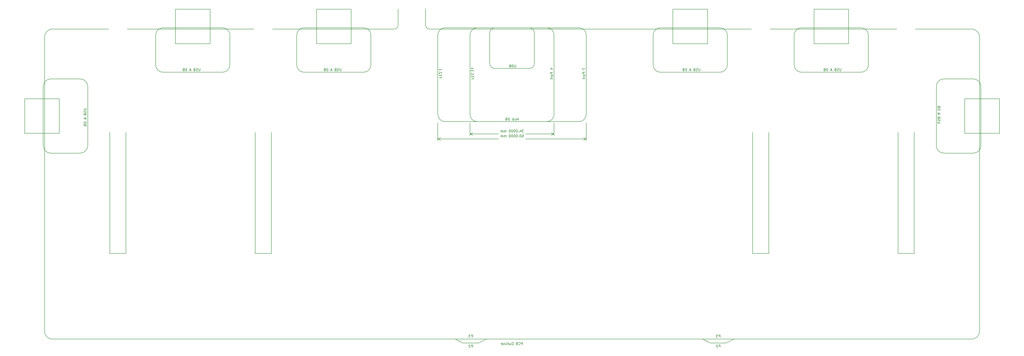
<source format=gbl>
%TF.GenerationSoftware,KiCad,Pcbnew,(6.0.0)*%
%TF.CreationDate,2022-03-05T22:59:03-05:00*%
%TF.ProjectId,custom_keyboard plate v3 bottom,63757374-6f6d-45f6-9b65-79626f617264,rev?*%
%TF.SameCoordinates,Original*%
%TF.FileFunction,Copper,L2,Bot*%
%TF.FilePolarity,Positive*%
%FSLAX46Y46*%
G04 Gerber Fmt 4.6, Leading zero omitted, Abs format (unit mm)*
G04 Created by KiCad (PCBNEW (6.0.0)) date 2022-03-05 22:59:03*
%MOMM*%
%LPD*%
G01*
G04 APERTURE LIST*
%TA.AperFunction,NonConductor*%
%ADD10C,0.200000*%
%TD*%
%ADD11C,0.200000*%
G04 APERTURE END LIST*
D10*
X300812300Y-206362000D02*
X297637500Y-207949400D01*
X36679900Y-101132200D02*
X24679900Y-101132200D01*
X396850000Y-206362000D02*
G75*
G03*
X400024800Y-203187200I1J3174799D01*
G01*
X184124200Y-118413700D02*
X238124200Y-118413700D01*
X67124200Y-83413700D02*
X67124200Y-95413700D01*
X94124200Y-98413700D02*
G75*
G03*
X97124200Y-95413700I-1J3000001D01*
G01*
X94124200Y-80413700D02*
X70124200Y-80413700D01*
X271124200Y-80413700D02*
G75*
G03*
X268124200Y-83413700I1J-3000001D01*
G01*
X113874200Y-171726700D02*
X113874200Y-122726700D01*
X36679900Y-131132200D02*
G75*
G03*
X39679900Y-128132200I-1J3000001D01*
G01*
X124124200Y-83413700D02*
X124124200Y-95413700D01*
X24679900Y-101132200D02*
G75*
G03*
X21679900Y-104132200I1J-3000001D01*
G01*
X176201400Y-79370000D02*
X176201400Y-72726700D01*
X288113100Y-206362000D02*
X300812300Y-206362000D01*
X154124200Y-83413700D02*
G75*
G03*
X151124200Y-80413700I-3000001J-1D01*
G01*
X24679900Y-131132200D02*
X36679900Y-131132200D01*
X48624200Y-171726700D02*
X55124200Y-171726700D01*
X25398400Y-80957400D02*
X48124200Y-80957400D01*
X295124200Y-98413700D02*
G75*
G03*
X298124200Y-95413700I-1J3000001D01*
G01*
X75124200Y-86913700D02*
X89124200Y-86913700D01*
X89124200Y-86913700D02*
X89124200Y-72913700D01*
X89124200Y-72913700D02*
X75124200Y-72913700D01*
X75124200Y-72913700D02*
X75124200Y-86913700D01*
X314874200Y-171726700D02*
X314874200Y-122726700D01*
X308374200Y-122726700D02*
X308374200Y-171726700D01*
X48624200Y-122726700D02*
X48624200Y-171726700D01*
X202124200Y-94913700D02*
G75*
G03*
X204124200Y-96913700I1999999J-1D01*
G01*
X200806100Y-206362000D02*
X197631300Y-207949400D01*
X394068499Y-109132200D02*
X408068499Y-109132200D01*
X408068499Y-109132200D02*
X408068499Y-123132200D01*
X408068499Y-123132200D02*
X394068499Y-123132200D01*
X394068499Y-123132200D02*
X394068499Y-109132200D01*
X367124200Y-122726700D02*
X367124200Y-171726700D01*
X97124200Y-83413700D02*
G75*
G03*
X94124200Y-80413700I-3000001J-1D01*
G01*
X194124200Y-115413700D02*
G75*
G03*
X197124200Y-118413700I3000001J1D01*
G01*
X268124200Y-95413700D02*
G75*
G03*
X271124200Y-98413700I3000001J1D01*
G01*
X220124200Y-94913700D02*
X220124200Y-82413700D01*
X70124200Y-80413700D02*
G75*
G03*
X67124200Y-83413700I1J-3000001D01*
G01*
X21679900Y-128132200D02*
G75*
G03*
X24679900Y-131132200I3000001J1D01*
G01*
X127124200Y-98413700D02*
X151124200Y-98413700D01*
X373624200Y-171726700D02*
X373624200Y-122726700D01*
X154124200Y-95413700D02*
X154124200Y-83413700D01*
X308374200Y-171726700D02*
X314874200Y-171726700D01*
X352124200Y-80413700D02*
X328124200Y-80413700D01*
X268124200Y-83413700D02*
X268124200Y-95413700D01*
X288113100Y-206362000D02*
X200806100Y-206362000D01*
X202124200Y-82413700D02*
X202124200Y-94913700D01*
X367124200Y-171726700D02*
X373624200Y-171726700D01*
X163502200Y-80957400D02*
G75*
G03*
X165089600Y-79370000I-1J1587401D01*
G01*
X204124200Y-96913700D02*
X218124200Y-96913700D01*
X25398400Y-80957400D02*
G75*
G03*
X22223600Y-84132200I-1J-3174799D01*
G01*
X188106900Y-206362000D02*
X191281700Y-207949400D01*
X385568499Y-101132200D02*
G75*
G03*
X382568499Y-104132200I1J-3000001D01*
G01*
X184124200Y-80413700D02*
G75*
G03*
X181124200Y-83413700I1J-3000001D01*
G01*
X70124200Y-98413700D02*
X94124200Y-98413700D01*
X400024800Y-84132200D02*
X400024800Y-203187200D01*
X39679900Y-104132200D02*
G75*
G03*
X36679900Y-101132200I-3000001J-1D01*
G01*
X132124200Y-86913700D02*
X146124200Y-86913700D01*
X146124200Y-86913700D02*
X146124200Y-72913700D01*
X146124200Y-72913700D02*
X132124200Y-72913700D01*
X132124200Y-72913700D02*
X132124200Y-86913700D01*
X325124200Y-95413700D02*
G75*
G03*
X328124200Y-98413700I3000001J1D01*
G01*
X67124200Y-95413700D02*
G75*
G03*
X70124200Y-98413700I3000001J1D01*
G01*
X295124200Y-80413700D02*
X271124200Y-80413700D01*
X21679900Y-104132200D02*
X21679900Y-128132200D01*
X325124200Y-83413700D02*
X325124200Y-95413700D01*
X333124200Y-72913700D02*
X347124200Y-72913700D01*
X347124200Y-72913700D02*
X347124200Y-86913700D01*
X347124200Y-86913700D02*
X333124200Y-86913700D01*
X333124200Y-86913700D02*
X333124200Y-72913700D01*
X107374200Y-171726700D02*
X113874200Y-171726700D01*
X382568499Y-128132200D02*
G75*
G03*
X385568499Y-131132200I3000001J1D01*
G01*
X188106900Y-206362000D02*
X25398400Y-206362000D01*
X385568499Y-131132200D02*
X397568499Y-131132200D01*
X291287900Y-207949400D02*
X297637500Y-207949400D01*
X288113100Y-206362000D02*
X291287900Y-207949400D01*
X188106900Y-206362000D02*
X200806100Y-206362000D01*
X39679900Y-128132200D02*
X39679900Y-104132200D01*
X124124200Y-95413700D02*
G75*
G03*
X127124200Y-98413700I3000001J1D01*
G01*
X22223600Y-203187200D02*
G75*
G03*
X25398400Y-206362000I3174799J-1D01*
G01*
X151124200Y-80413700D02*
X127124200Y-80413700D01*
X197124200Y-80413700D02*
G75*
G03*
X194124200Y-83413700I1J-3000001D01*
G01*
X55124200Y-171726700D02*
X55124200Y-122726700D01*
X181124200Y-83413700D02*
X181124200Y-115413700D01*
X366624200Y-80957400D02*
X315374200Y-80957400D01*
X355124200Y-83413700D02*
G75*
G03*
X352124200Y-80413700I-3000001J-1D01*
G01*
X307874200Y-80957400D02*
X177788800Y-80957400D01*
X218124200Y-96913700D02*
G75*
G03*
X220124200Y-94913700I1J1999999D01*
G01*
X298124200Y-83413700D02*
G75*
G03*
X295124200Y-80413700I-3000001J-1D01*
G01*
X400024800Y-84132200D02*
G75*
G03*
X396850000Y-80957400I-3174799J1D01*
G01*
X220124200Y-82413700D02*
G75*
G03*
X218124200Y-80413700I-1999999J1D01*
G01*
X271124200Y-98413700D02*
X295124200Y-98413700D01*
X181124200Y-115413700D02*
G75*
G03*
X184124200Y-118413700I3000001J1D01*
G01*
X194124200Y-83413700D02*
X194124200Y-115413700D01*
X228124200Y-83413700D02*
G75*
G03*
X225124200Y-80413700I-3000001J-1D01*
G01*
X204124200Y-80413700D02*
G75*
G03*
X202124200Y-82413700I-1J-1999999D01*
G01*
X225124200Y-118413700D02*
G75*
G03*
X228124200Y-115413700I-1J3000001D01*
G01*
X241124200Y-115413700D02*
X241124200Y-83413700D01*
X238124200Y-118413700D02*
G75*
G03*
X241124200Y-115413700I-1J3000001D01*
G01*
X352124200Y-98413700D02*
G75*
G03*
X355124200Y-95413700I-1J3000001D01*
G01*
X397568499Y-101132200D02*
X385568499Y-101132200D01*
X163502200Y-80957400D02*
X114374200Y-80957400D01*
X396850000Y-206362000D02*
X300812300Y-206362000D01*
X176201400Y-79370000D02*
G75*
G03*
X177788800Y-80957400I1587401J1D01*
G01*
X241124200Y-83413700D02*
G75*
G03*
X238124200Y-80413700I-3000001J-1D01*
G01*
X328124200Y-80413700D02*
G75*
G03*
X325124200Y-83413700I1J-3000001D01*
G01*
X28179900Y-123132200D02*
X14179900Y-123132200D01*
X14179900Y-123132200D02*
X14179900Y-109132200D01*
X14179900Y-109132200D02*
X28179900Y-109132200D01*
X28179900Y-109132200D02*
X28179900Y-123132200D01*
X400568499Y-128132200D02*
X400568499Y-104132200D01*
X106874200Y-80957400D02*
X55624200Y-80957400D01*
X400568499Y-104132200D02*
G75*
G03*
X397568499Y-101132200I-3000001J-1D01*
G01*
X97124200Y-95413700D02*
X97124200Y-83413700D01*
X151124200Y-98413700D02*
G75*
G03*
X154124200Y-95413700I-1J3000001D01*
G01*
X374124200Y-80957400D02*
X396850000Y-80957400D01*
X382568499Y-104132200D02*
X382568499Y-128132200D01*
X191281700Y-207949400D02*
X197631300Y-207949400D01*
X355124200Y-95413700D02*
X355124200Y-83413700D01*
X397568499Y-131132200D02*
G75*
G03*
X400568499Y-128132200I-1J3000001D01*
G01*
X238124200Y-80413700D02*
X184124200Y-80413700D01*
X127124200Y-80413700D02*
G75*
G03*
X124124200Y-83413700I1J-3000001D01*
G01*
X165089600Y-79370000D02*
X165089600Y-72726700D01*
X107374200Y-122726700D02*
X107374200Y-171726700D01*
X298124200Y-95413700D02*
X298124200Y-83413700D01*
X228124200Y-115413700D02*
X228124200Y-83413700D01*
X328124200Y-98413700D02*
X352124200Y-98413700D01*
X276124200Y-72913700D02*
X290124200Y-72913700D01*
X290124200Y-72913700D02*
X290124200Y-86913700D01*
X290124200Y-86913700D02*
X276124200Y-86913700D01*
X276124200Y-86913700D02*
X276124200Y-72913700D01*
X22223600Y-203187200D02*
X22223600Y-84132200D01*
D11*
D10*
X384116118Y-119084580D02*
X383306594Y-119084580D01*
X383211356Y-119036961D01*
X383163737Y-118989342D01*
X383116118Y-118894104D01*
X383116118Y-118703628D01*
X383163737Y-118608390D01*
X383211356Y-118560771D01*
X383306594Y-118513152D01*
X384116118Y-118513152D01*
X383163737Y-118084580D02*
X383116118Y-117941723D01*
X383116118Y-117703628D01*
X383163737Y-117608390D01*
X383211356Y-117560771D01*
X383306594Y-117513152D01*
X383401832Y-117513152D01*
X383497070Y-117560771D01*
X383544689Y-117608390D01*
X383592308Y-117703628D01*
X383639927Y-117894104D01*
X383687546Y-117989342D01*
X383735165Y-118036961D01*
X383830403Y-118084580D01*
X383925641Y-118084580D01*
X384020879Y-118036961D01*
X384068499Y-117989342D01*
X384116118Y-117894104D01*
X384116118Y-117656009D01*
X384068499Y-117513152D01*
X383639927Y-116751247D02*
X383592308Y-116608390D01*
X383544689Y-116560771D01*
X383449451Y-116513152D01*
X383306594Y-116513152D01*
X383211356Y-116560771D01*
X383163737Y-116608390D01*
X383116118Y-116703628D01*
X383116118Y-117084580D01*
X384116118Y-117084580D01*
X384116118Y-116751247D01*
X384068499Y-116656009D01*
X384020879Y-116608390D01*
X383925641Y-116560771D01*
X383830403Y-116560771D01*
X383735165Y-116608390D01*
X383687546Y-116656009D01*
X383639927Y-116751247D01*
X383639927Y-117084580D01*
X383401832Y-115370295D02*
X383401832Y-114894104D01*
X383116118Y-115465533D02*
X384116118Y-115132200D01*
X383116118Y-114798866D01*
X383116118Y-113703628D02*
X384116118Y-113703628D01*
X384116118Y-113465533D01*
X384068499Y-113322676D01*
X383973260Y-113227438D01*
X383878022Y-113179819D01*
X383687546Y-113132200D01*
X383544689Y-113132200D01*
X383354213Y-113179819D01*
X383258975Y-113227438D01*
X383163737Y-113322676D01*
X383116118Y-113465533D01*
X383116118Y-113703628D01*
X383639927Y-112370295D02*
X383592308Y-112227438D01*
X383544689Y-112179819D01*
X383449451Y-112132200D01*
X383306594Y-112132200D01*
X383211356Y-112179819D01*
X383163737Y-112227438D01*
X383116118Y-112322676D01*
X383116118Y-112703628D01*
X384116118Y-112703628D01*
X384116118Y-112370295D01*
X384068499Y-112275057D01*
X384020879Y-112227438D01*
X383925641Y-112179819D01*
X383830403Y-112179819D01*
X383735165Y-112227438D01*
X383687546Y-112275057D01*
X383639927Y-112370295D01*
X383639927Y-112703628D01*
D11*
D10*
X182195628Y-100388252D02*
X182195628Y-100721585D01*
X181671819Y-100721585D02*
X182671819Y-100721585D01*
X182671819Y-100245394D01*
X182195628Y-99864442D02*
X182195628Y-99531109D01*
X181671819Y-99388252D02*
X181671819Y-99864442D01*
X182671819Y-99864442D01*
X182671819Y-99388252D01*
X182576580Y-99007299D02*
X182624200Y-98959680D01*
X182671819Y-98864442D01*
X182671819Y-98626347D01*
X182624200Y-98531109D01*
X182576580Y-98483490D01*
X182481342Y-98435871D01*
X182386104Y-98435871D01*
X182243247Y-98483490D01*
X181671819Y-99054918D01*
X181671819Y-98435871D01*
X181767057Y-98007299D02*
X181719438Y-97959680D01*
X181671819Y-98007299D01*
X181719438Y-98054918D01*
X181767057Y-98007299D01*
X181671819Y-98007299D01*
X181671819Y-97007299D02*
X181671819Y-97578728D01*
X181671819Y-97293013D02*
X182671819Y-97293013D01*
X182528961Y-97388252D01*
X182433723Y-97483490D01*
X182386104Y-97578728D01*
D11*
D10*
X142076580Y-96866080D02*
X142076580Y-97675604D01*
X142028961Y-97770842D01*
X141981342Y-97818461D01*
X141886104Y-97866080D01*
X141695628Y-97866080D01*
X141600390Y-97818461D01*
X141552771Y-97770842D01*
X141505152Y-97675604D01*
X141505152Y-96866080D01*
X141076580Y-97818461D02*
X140933723Y-97866080D01*
X140695628Y-97866080D01*
X140600390Y-97818461D01*
X140552771Y-97770842D01*
X140505152Y-97675604D01*
X140505152Y-97580366D01*
X140552771Y-97485128D01*
X140600390Y-97437509D01*
X140695628Y-97389890D01*
X140886104Y-97342271D01*
X140981342Y-97294652D01*
X141028961Y-97247033D01*
X141076580Y-97151795D01*
X141076580Y-97056557D01*
X141028961Y-96961319D01*
X140981342Y-96913700D01*
X140886104Y-96866080D01*
X140648009Y-96866080D01*
X140505152Y-96913700D01*
X139743247Y-97342271D02*
X139600390Y-97389890D01*
X139552771Y-97437509D01*
X139505152Y-97532747D01*
X139505152Y-97675604D01*
X139552771Y-97770842D01*
X139600390Y-97818461D01*
X139695628Y-97866080D01*
X140076580Y-97866080D01*
X140076580Y-96866080D01*
X139743247Y-96866080D01*
X139648009Y-96913700D01*
X139600390Y-96961319D01*
X139552771Y-97056557D01*
X139552771Y-97151795D01*
X139600390Y-97247033D01*
X139648009Y-97294652D01*
X139743247Y-97342271D01*
X140076580Y-97342271D01*
X138362295Y-97580366D02*
X137886104Y-97580366D01*
X138457533Y-97866080D02*
X138124200Y-96866080D01*
X137790866Y-97866080D01*
X136695628Y-97866080D02*
X136695628Y-96866080D01*
X136457533Y-96866080D01*
X136314676Y-96913700D01*
X136219438Y-97008938D01*
X136171819Y-97104176D01*
X136124200Y-97294652D01*
X136124200Y-97437509D01*
X136171819Y-97627985D01*
X136219438Y-97723223D01*
X136314676Y-97818461D01*
X136457533Y-97866080D01*
X136695628Y-97866080D01*
X135362295Y-97342271D02*
X135219438Y-97389890D01*
X135171819Y-97437509D01*
X135124200Y-97532747D01*
X135124200Y-97675604D01*
X135171819Y-97770842D01*
X135219438Y-97818461D01*
X135314676Y-97866080D01*
X135695628Y-97866080D01*
X135695628Y-96866080D01*
X135362295Y-96866080D01*
X135267057Y-96913700D01*
X135219438Y-96961319D01*
X135171819Y-97056557D01*
X135171819Y-97151795D01*
X135219438Y-97247033D01*
X135267057Y-97294652D01*
X135362295Y-97342271D01*
X135695628Y-97342271D01*
D11*
D10*
X38132280Y-113179819D02*
X38941804Y-113179819D01*
X39037042Y-113227438D01*
X39084661Y-113275057D01*
X39132280Y-113370295D01*
X39132280Y-113560771D01*
X39084661Y-113656009D01*
X39037042Y-113703628D01*
X38941804Y-113751247D01*
X38132280Y-113751247D01*
X39084661Y-114179819D02*
X39132280Y-114322676D01*
X39132280Y-114560771D01*
X39084661Y-114656009D01*
X39037042Y-114703628D01*
X38941804Y-114751247D01*
X38846566Y-114751247D01*
X38751328Y-114703628D01*
X38703709Y-114656009D01*
X38656090Y-114560771D01*
X38608471Y-114370295D01*
X38560852Y-114275057D01*
X38513233Y-114227438D01*
X38417995Y-114179819D01*
X38322757Y-114179819D01*
X38227519Y-114227438D01*
X38179900Y-114275057D01*
X38132280Y-114370295D01*
X38132280Y-114608390D01*
X38179900Y-114751247D01*
X38608471Y-115513152D02*
X38656090Y-115656009D01*
X38703709Y-115703628D01*
X38798947Y-115751247D01*
X38941804Y-115751247D01*
X39037042Y-115703628D01*
X39084661Y-115656009D01*
X39132280Y-115560771D01*
X39132280Y-115179819D01*
X38132280Y-115179819D01*
X38132280Y-115513152D01*
X38179900Y-115608390D01*
X38227519Y-115656009D01*
X38322757Y-115703628D01*
X38417995Y-115703628D01*
X38513233Y-115656009D01*
X38560852Y-115608390D01*
X38608471Y-115513152D01*
X38608471Y-115179819D01*
X38846566Y-116894104D02*
X38846566Y-117370295D01*
X39132280Y-116798866D02*
X38132280Y-117132200D01*
X39132280Y-117465533D01*
X39132280Y-118560771D02*
X38132280Y-118560771D01*
X38132280Y-118798866D01*
X38179900Y-118941723D01*
X38275138Y-119036961D01*
X38370376Y-119084580D01*
X38560852Y-119132200D01*
X38703709Y-119132200D01*
X38894185Y-119084580D01*
X38989423Y-119036961D01*
X39084661Y-118941723D01*
X39132280Y-118798866D01*
X39132280Y-118560771D01*
X38608471Y-119894104D02*
X38656090Y-120036961D01*
X38703709Y-120084580D01*
X38798947Y-120132200D01*
X38941804Y-120132200D01*
X39037042Y-120084580D01*
X39084661Y-120036961D01*
X39132280Y-119941723D01*
X39132280Y-119560771D01*
X38132280Y-119560771D01*
X38132280Y-119894104D01*
X38179900Y-119989342D01*
X38227519Y-120036961D01*
X38322757Y-120084580D01*
X38417995Y-120084580D01*
X38513233Y-120036961D01*
X38560852Y-119989342D01*
X38608471Y-119894104D01*
X38608471Y-119560771D01*
D11*
D10*
X287076580Y-96866080D02*
X287076580Y-97675604D01*
X287028961Y-97770842D01*
X286981342Y-97818461D01*
X286886104Y-97866080D01*
X286695628Y-97866080D01*
X286600390Y-97818461D01*
X286552771Y-97770842D01*
X286505152Y-97675604D01*
X286505152Y-96866080D01*
X286076580Y-97818461D02*
X285933723Y-97866080D01*
X285695628Y-97866080D01*
X285600390Y-97818461D01*
X285552771Y-97770842D01*
X285505152Y-97675604D01*
X285505152Y-97580366D01*
X285552771Y-97485128D01*
X285600390Y-97437509D01*
X285695628Y-97389890D01*
X285886104Y-97342271D01*
X285981342Y-97294652D01*
X286028961Y-97247033D01*
X286076580Y-97151795D01*
X286076580Y-97056557D01*
X286028961Y-96961319D01*
X285981342Y-96913700D01*
X285886104Y-96866080D01*
X285648009Y-96866080D01*
X285505152Y-96913700D01*
X284743247Y-97342271D02*
X284600390Y-97389890D01*
X284552771Y-97437509D01*
X284505152Y-97532747D01*
X284505152Y-97675604D01*
X284552771Y-97770842D01*
X284600390Y-97818461D01*
X284695628Y-97866080D01*
X285076580Y-97866080D01*
X285076580Y-96866080D01*
X284743247Y-96866080D01*
X284648009Y-96913700D01*
X284600390Y-96961319D01*
X284552771Y-97056557D01*
X284552771Y-97151795D01*
X284600390Y-97247033D01*
X284648009Y-97294652D01*
X284743247Y-97342271D01*
X285076580Y-97342271D01*
X283362295Y-97580366D02*
X282886104Y-97580366D01*
X283457533Y-97866080D02*
X283124200Y-96866080D01*
X282790866Y-97866080D01*
X281695628Y-97866080D02*
X281695628Y-96866080D01*
X281457533Y-96866080D01*
X281314676Y-96913700D01*
X281219438Y-97008938D01*
X281171819Y-97104176D01*
X281124200Y-97294652D01*
X281124200Y-97437509D01*
X281171819Y-97627985D01*
X281219438Y-97723223D01*
X281314676Y-97818461D01*
X281457533Y-97866080D01*
X281695628Y-97866080D01*
X280362295Y-97342271D02*
X280219438Y-97389890D01*
X280171819Y-97437509D01*
X280124200Y-97532747D01*
X280124200Y-97675604D01*
X280171819Y-97770842D01*
X280219438Y-97818461D01*
X280314676Y-97866080D01*
X280695628Y-97866080D01*
X280695628Y-96866080D01*
X280362295Y-96866080D01*
X280267057Y-96913700D01*
X280219438Y-96961319D01*
X280171819Y-97056557D01*
X280171819Y-97151795D01*
X280219438Y-97247033D01*
X280267057Y-97294652D01*
X280362295Y-97342271D01*
X280695628Y-97342271D01*
D11*
D10*
X195194595Y-205679080D02*
X195194595Y-204679080D01*
X194813642Y-204679080D01*
X194718404Y-204726700D01*
X194670785Y-204774319D01*
X194623166Y-204869557D01*
X194623166Y-205012414D01*
X194670785Y-205107652D01*
X194718404Y-205155271D01*
X194813642Y-205202890D01*
X195194595Y-205202890D01*
X194289833Y-204679080D02*
X193670785Y-204679080D01*
X194004119Y-205060033D01*
X193861261Y-205060033D01*
X193766023Y-205107652D01*
X193718404Y-205155271D01*
X193670785Y-205250509D01*
X193670785Y-205488604D01*
X193718404Y-205583842D01*
X193766023Y-205631461D01*
X193861261Y-205679080D01*
X194146976Y-205679080D01*
X194242214Y-205631461D01*
X194289833Y-205583842D01*
D11*
D10*
X212659914Y-95366080D02*
X212659914Y-96175604D01*
X212612295Y-96270842D01*
X212564676Y-96318461D01*
X212469438Y-96366080D01*
X212278961Y-96366080D01*
X212183723Y-96318461D01*
X212136104Y-96270842D01*
X212088485Y-96175604D01*
X212088485Y-95366080D01*
X211612295Y-96366080D02*
X211612295Y-95366080D01*
X211374200Y-95366080D01*
X211231342Y-95413700D01*
X211136104Y-95508938D01*
X211088485Y-95604176D01*
X211040866Y-95794652D01*
X211040866Y-95937509D01*
X211088485Y-96127985D01*
X211136104Y-96223223D01*
X211231342Y-96318461D01*
X211374200Y-96366080D01*
X211612295Y-96366080D01*
X210278961Y-95842271D02*
X210136104Y-95889890D01*
X210088485Y-95937509D01*
X210040866Y-96032747D01*
X210040866Y-96175604D01*
X210088485Y-96270842D01*
X210136104Y-96318461D01*
X210231342Y-96366080D01*
X210612295Y-96366080D01*
X210612295Y-95366080D01*
X210278961Y-95366080D01*
X210183723Y-95413700D01*
X210136104Y-95461319D01*
X210088485Y-95556557D01*
X210088485Y-95651795D01*
X210136104Y-95747033D01*
X210183723Y-95794652D01*
X210278961Y-95842271D01*
X210612295Y-95842271D01*
D11*
D10*
X195194595Y-209679080D02*
X195194595Y-208679080D01*
X194813642Y-208679080D01*
X194718404Y-208726700D01*
X194670785Y-208774319D01*
X194623166Y-208869557D01*
X194623166Y-209012414D01*
X194670785Y-209107652D01*
X194718404Y-209155271D01*
X194813642Y-209202890D01*
X195194595Y-209202890D01*
X194242214Y-208774319D02*
X194194595Y-208726700D01*
X194099357Y-208679080D01*
X193861261Y-208679080D01*
X193766023Y-208726700D01*
X193718404Y-208774319D01*
X193670785Y-208869557D01*
X193670785Y-208964795D01*
X193718404Y-209107652D01*
X194289833Y-209679080D01*
X193670785Y-209679080D01*
D11*
D10*
X239576580Y-96626347D02*
X239576580Y-97293013D01*
X240576580Y-96864442D01*
X240576580Y-98435871D02*
X239576580Y-98435871D01*
X239576580Y-98816823D01*
X239624200Y-98912061D01*
X239671819Y-98959680D01*
X239767057Y-99007299D01*
X239909914Y-99007299D01*
X240005152Y-98959680D01*
X240052771Y-98912061D01*
X240100390Y-98816823D01*
X240100390Y-98435871D01*
X240576580Y-99578728D02*
X240528961Y-99483490D01*
X240481342Y-99435871D01*
X240386104Y-99388252D01*
X240100390Y-99388252D01*
X240005152Y-99435871D01*
X239957533Y-99483490D01*
X239909914Y-99578728D01*
X239909914Y-99721585D01*
X239957533Y-99816823D01*
X240005152Y-99864442D01*
X240100390Y-99912061D01*
X240386104Y-99912061D01*
X240481342Y-99864442D01*
X240528961Y-99816823D01*
X240576580Y-99721585D01*
X240576580Y-99578728D01*
X240576580Y-100340632D02*
X239909914Y-100340632D01*
X240100390Y-100340632D02*
X240005152Y-100388252D01*
X239957533Y-100435871D01*
X239909914Y-100531109D01*
X239909914Y-100626347D01*
X239909914Y-100816823D02*
X239909914Y-101197775D01*
X239576580Y-100959680D02*
X240433723Y-100959680D01*
X240528961Y-101007299D01*
X240576580Y-101102537D01*
X240576580Y-101197775D01*
D11*
D10*
X215409914Y-208679080D02*
X215409914Y-207679080D01*
X215028961Y-207679080D01*
X214933723Y-207726700D01*
X214886104Y-207774319D01*
X214838485Y-207869557D01*
X214838485Y-208012414D01*
X214886104Y-208107652D01*
X214933723Y-208155271D01*
X215028961Y-208202890D01*
X215409914Y-208202890D01*
X213838485Y-208583842D02*
X213886104Y-208631461D01*
X214028961Y-208679080D01*
X214124200Y-208679080D01*
X214267057Y-208631461D01*
X214362295Y-208536223D01*
X214409914Y-208440985D01*
X214457533Y-208250509D01*
X214457533Y-208107652D01*
X214409914Y-207917176D01*
X214362295Y-207821938D01*
X214267057Y-207726700D01*
X214124200Y-207679080D01*
X214028961Y-207679080D01*
X213886104Y-207726700D01*
X213838485Y-207774319D01*
X213076580Y-208155271D02*
X212933723Y-208202890D01*
X212886104Y-208250509D01*
X212838485Y-208345747D01*
X212838485Y-208488604D01*
X212886104Y-208583842D01*
X212933723Y-208631461D01*
X213028961Y-208679080D01*
X213409914Y-208679080D01*
X213409914Y-207679080D01*
X213076580Y-207679080D01*
X212981342Y-207726700D01*
X212933723Y-207774319D01*
X212886104Y-207869557D01*
X212886104Y-207964795D01*
X212933723Y-208060033D01*
X212981342Y-208107652D01*
X213076580Y-208155271D01*
X213409914Y-208155271D01*
X211457533Y-207679080D02*
X211267057Y-207679080D01*
X211171819Y-207726700D01*
X211076580Y-207821938D01*
X211028961Y-208012414D01*
X211028961Y-208345747D01*
X211076580Y-208536223D01*
X211171819Y-208631461D01*
X211267057Y-208679080D01*
X211457533Y-208679080D01*
X211552771Y-208631461D01*
X211648009Y-208536223D01*
X211695628Y-208345747D01*
X211695628Y-208012414D01*
X211648009Y-207821938D01*
X211552771Y-207726700D01*
X211457533Y-207679080D01*
X210171819Y-208012414D02*
X210171819Y-208679080D01*
X210600390Y-208012414D02*
X210600390Y-208536223D01*
X210552771Y-208631461D01*
X210457533Y-208679080D01*
X210314676Y-208679080D01*
X210219438Y-208631461D01*
X210171819Y-208583842D01*
X209838485Y-208012414D02*
X209457533Y-208012414D01*
X209695628Y-207679080D02*
X209695628Y-208536223D01*
X209648009Y-208631461D01*
X209552771Y-208679080D01*
X209457533Y-208679080D01*
X208981342Y-208679080D02*
X209076580Y-208631461D01*
X209124200Y-208536223D01*
X209124200Y-207679080D01*
X208600390Y-208679080D02*
X208600390Y-208012414D01*
X208600390Y-207679080D02*
X208648009Y-207726700D01*
X208600390Y-207774319D01*
X208552771Y-207726700D01*
X208600390Y-207679080D01*
X208600390Y-207774319D01*
X208124200Y-208012414D02*
X208124200Y-208679080D01*
X208124200Y-208107652D02*
X208076580Y-208060033D01*
X207981342Y-208012414D01*
X207838485Y-208012414D01*
X207743247Y-208060033D01*
X207695628Y-208155271D01*
X207695628Y-208679080D01*
X206838485Y-208631461D02*
X206933723Y-208679080D01*
X207124200Y-208679080D01*
X207219438Y-208631461D01*
X207267057Y-208536223D01*
X207267057Y-208155271D01*
X207219438Y-208060033D01*
X207124200Y-208012414D01*
X206933723Y-208012414D01*
X206838485Y-208060033D01*
X206790866Y-208155271D01*
X206790866Y-208250509D01*
X207267057Y-208345747D01*
D11*
D10*
X226909914Y-97175604D02*
X227576580Y-97175604D01*
X226528961Y-96937509D02*
X227243247Y-96699414D01*
X227243247Y-97318461D01*
X227576580Y-98461319D02*
X226576580Y-98461319D01*
X226576580Y-98842271D01*
X226624200Y-98937509D01*
X226671819Y-98985128D01*
X226767057Y-99032747D01*
X226909914Y-99032747D01*
X227005152Y-98985128D01*
X227052771Y-98937509D01*
X227100390Y-98842271D01*
X227100390Y-98461319D01*
X227576580Y-99604176D02*
X227528961Y-99508938D01*
X227481342Y-99461319D01*
X227386104Y-99413700D01*
X227100390Y-99413700D01*
X227005152Y-99461319D01*
X226957533Y-99508938D01*
X226909914Y-99604176D01*
X226909914Y-99747033D01*
X226957533Y-99842271D01*
X227005152Y-99889890D01*
X227100390Y-99937509D01*
X227386104Y-99937509D01*
X227481342Y-99889890D01*
X227528961Y-99842271D01*
X227576580Y-99747033D01*
X227576580Y-99604176D01*
X227576580Y-100366080D02*
X226909914Y-100366080D01*
X227100390Y-100366080D02*
X227005152Y-100413700D01*
X226957533Y-100461319D01*
X226909914Y-100556557D01*
X226909914Y-100651795D01*
X226909914Y-100842271D02*
X226909914Y-101223223D01*
X226576580Y-100985128D02*
X227433723Y-100985128D01*
X227528961Y-101032747D01*
X227576580Y-101127985D01*
X227576580Y-101223223D01*
D11*
D10*
X295200795Y-209679080D02*
X295200795Y-208679080D01*
X294819842Y-208679080D01*
X294724604Y-208726700D01*
X294676985Y-208774319D01*
X294629366Y-208869557D01*
X294629366Y-209012414D01*
X294676985Y-209107652D01*
X294724604Y-209155271D01*
X294819842Y-209202890D01*
X295200795Y-209202890D01*
X294248414Y-208774319D02*
X294200795Y-208726700D01*
X294105557Y-208679080D01*
X293867461Y-208679080D01*
X293772223Y-208726700D01*
X293724604Y-208774319D01*
X293676985Y-208869557D01*
X293676985Y-208964795D01*
X293724604Y-209107652D01*
X294296033Y-209679080D01*
X293676985Y-209679080D01*
D11*
D10*
X213695628Y-117866080D02*
X213695628Y-116866080D01*
X213695628Y-117342271D02*
X213124200Y-117342271D01*
X213124200Y-117866080D02*
X213124200Y-116866080D01*
X212219438Y-117199414D02*
X212219438Y-117866080D01*
X212648009Y-117199414D02*
X212648009Y-117723223D01*
X212600390Y-117818461D01*
X212505152Y-117866080D01*
X212362295Y-117866080D01*
X212267057Y-117818461D01*
X212219438Y-117770842D01*
X211743247Y-117866080D02*
X211743247Y-116866080D01*
X211743247Y-117247033D02*
X211648009Y-117199414D01*
X211457533Y-117199414D01*
X211362295Y-117247033D01*
X211314676Y-117294652D01*
X211267057Y-117389890D01*
X211267057Y-117675604D01*
X211314676Y-117770842D01*
X211362295Y-117818461D01*
X211457533Y-117866080D01*
X211648009Y-117866080D01*
X211743247Y-117818461D01*
X210076580Y-117866080D02*
X210076580Y-116866080D01*
X209838485Y-116866080D01*
X209695628Y-116913700D01*
X209600390Y-117008938D01*
X209552771Y-117104176D01*
X209505152Y-117294652D01*
X209505152Y-117437509D01*
X209552771Y-117627985D01*
X209600390Y-117723223D01*
X209695628Y-117818461D01*
X209838485Y-117866080D01*
X210076580Y-117866080D01*
X208743247Y-117342271D02*
X208600390Y-117389890D01*
X208552771Y-117437509D01*
X208505152Y-117532747D01*
X208505152Y-117675604D01*
X208552771Y-117770842D01*
X208600390Y-117818461D01*
X208695628Y-117866080D01*
X209076580Y-117866080D01*
X209076580Y-116866080D01*
X208743247Y-116866080D01*
X208648009Y-116913700D01*
X208600390Y-116961319D01*
X208552771Y-117056557D01*
X208552771Y-117151795D01*
X208600390Y-117247033D01*
X208648009Y-117294652D01*
X208743247Y-117342271D01*
X209076580Y-117342271D01*
D11*
D10*
X195195628Y-100818461D02*
X195195628Y-101151795D01*
X194671819Y-101151795D02*
X195671819Y-101151795D01*
X195671819Y-100675604D01*
X195195628Y-100294652D02*
X195195628Y-99961319D01*
X194671819Y-99818461D02*
X194671819Y-100294652D01*
X195671819Y-100294652D01*
X195671819Y-99818461D01*
X194671819Y-98866080D02*
X194671819Y-99437509D01*
X194671819Y-99151795D02*
X195671819Y-99151795D01*
X195528961Y-99247033D01*
X195433723Y-99342271D01*
X195386104Y-99437509D01*
X194767057Y-98437509D02*
X194719438Y-98389890D01*
X194671819Y-98437509D01*
X194719438Y-98485128D01*
X194767057Y-98437509D01*
X194671819Y-98437509D01*
X194671819Y-97437509D02*
X194671819Y-98008938D01*
X194671819Y-97723223D02*
X195671819Y-97723223D01*
X195528961Y-97818461D01*
X195433723Y-97913700D01*
X195386104Y-98008938D01*
X194719438Y-97056557D02*
X194671819Y-96961319D01*
X194671819Y-96770842D01*
X194719438Y-96675604D01*
X194814676Y-96627985D01*
X194862295Y-96627985D01*
X194957533Y-96675604D01*
X195005152Y-96770842D01*
X195005152Y-96913700D01*
X195052771Y-97008938D01*
X195148009Y-97056557D01*
X195195628Y-97056557D01*
X195290866Y-97008938D01*
X195338485Y-96913700D01*
X195338485Y-96770842D01*
X195290866Y-96675604D01*
D11*
D10*
X295200795Y-205679080D02*
X295200795Y-204679080D01*
X294819842Y-204679080D01*
X294724604Y-204726700D01*
X294676985Y-204774319D01*
X294629366Y-204869557D01*
X294629366Y-205012414D01*
X294676985Y-205107652D01*
X294724604Y-205155271D01*
X294819842Y-205202890D01*
X295200795Y-205202890D01*
X294296033Y-204679080D02*
X293676985Y-204679080D01*
X294010319Y-205060033D01*
X293867461Y-205060033D01*
X293772223Y-205107652D01*
X293724604Y-205155271D01*
X293676985Y-205250509D01*
X293676985Y-205488604D01*
X293724604Y-205583842D01*
X293772223Y-205631461D01*
X293867461Y-205679080D01*
X294153176Y-205679080D01*
X294248414Y-205631461D01*
X294296033Y-205583842D01*
D11*
D10*
X85076580Y-96866080D02*
X85076580Y-97675604D01*
X85028961Y-97770842D01*
X84981342Y-97818461D01*
X84886104Y-97866080D01*
X84695628Y-97866080D01*
X84600390Y-97818461D01*
X84552771Y-97770842D01*
X84505152Y-97675604D01*
X84505152Y-96866080D01*
X84076580Y-97818461D02*
X83933723Y-97866080D01*
X83695628Y-97866080D01*
X83600390Y-97818461D01*
X83552771Y-97770842D01*
X83505152Y-97675604D01*
X83505152Y-97580366D01*
X83552771Y-97485128D01*
X83600390Y-97437509D01*
X83695628Y-97389890D01*
X83886104Y-97342271D01*
X83981342Y-97294652D01*
X84028961Y-97247033D01*
X84076580Y-97151795D01*
X84076580Y-97056557D01*
X84028961Y-96961319D01*
X83981342Y-96913700D01*
X83886104Y-96866080D01*
X83648009Y-96866080D01*
X83505152Y-96913700D01*
X82743247Y-97342271D02*
X82600390Y-97389890D01*
X82552771Y-97437509D01*
X82505152Y-97532747D01*
X82505152Y-97675604D01*
X82552771Y-97770842D01*
X82600390Y-97818461D01*
X82695628Y-97866080D01*
X83076580Y-97866080D01*
X83076580Y-96866080D01*
X82743247Y-96866080D01*
X82648009Y-96913700D01*
X82600390Y-96961319D01*
X82552771Y-97056557D01*
X82552771Y-97151795D01*
X82600390Y-97247033D01*
X82648009Y-97294652D01*
X82743247Y-97342271D01*
X83076580Y-97342271D01*
X81362295Y-97580366D02*
X80886104Y-97580366D01*
X81457533Y-97866080D02*
X81124200Y-96866080D01*
X80790866Y-97866080D01*
X79695628Y-97866080D02*
X79695628Y-96866080D01*
X79457533Y-96866080D01*
X79314676Y-96913700D01*
X79219438Y-97008938D01*
X79171819Y-97104176D01*
X79124200Y-97294652D01*
X79124200Y-97437509D01*
X79171819Y-97627985D01*
X79219438Y-97723223D01*
X79314676Y-97818461D01*
X79457533Y-97866080D01*
X79695628Y-97866080D01*
X78362295Y-97342271D02*
X78219438Y-97389890D01*
X78171819Y-97437509D01*
X78124200Y-97532747D01*
X78124200Y-97675604D01*
X78171819Y-97770842D01*
X78219438Y-97818461D01*
X78314676Y-97866080D01*
X78695628Y-97866080D01*
X78695628Y-96866080D01*
X78362295Y-96866080D01*
X78267057Y-96913700D01*
X78219438Y-96961319D01*
X78171819Y-97056557D01*
X78171819Y-97151795D01*
X78219438Y-97247033D01*
X78267057Y-97294652D01*
X78362295Y-97342271D01*
X78695628Y-97342271D01*
D11*
D10*
X344076580Y-96866080D02*
X344076580Y-97675604D01*
X344028961Y-97770842D01*
X343981342Y-97818461D01*
X343886104Y-97866080D01*
X343695628Y-97866080D01*
X343600390Y-97818461D01*
X343552771Y-97770842D01*
X343505152Y-97675604D01*
X343505152Y-96866080D01*
X343076580Y-97818461D02*
X342933723Y-97866080D01*
X342695628Y-97866080D01*
X342600390Y-97818461D01*
X342552771Y-97770842D01*
X342505152Y-97675604D01*
X342505152Y-97580366D01*
X342552771Y-97485128D01*
X342600390Y-97437509D01*
X342695628Y-97389890D01*
X342886104Y-97342271D01*
X342981342Y-97294652D01*
X343028961Y-97247033D01*
X343076580Y-97151795D01*
X343076580Y-97056557D01*
X343028961Y-96961319D01*
X342981342Y-96913700D01*
X342886104Y-96866080D01*
X342648009Y-96866080D01*
X342505152Y-96913700D01*
X341743247Y-97342271D02*
X341600390Y-97389890D01*
X341552771Y-97437509D01*
X341505152Y-97532747D01*
X341505152Y-97675604D01*
X341552771Y-97770842D01*
X341600390Y-97818461D01*
X341695628Y-97866080D01*
X342076580Y-97866080D01*
X342076580Y-96866080D01*
X341743247Y-96866080D01*
X341648009Y-96913700D01*
X341600390Y-96961319D01*
X341552771Y-97056557D01*
X341552771Y-97151795D01*
X341600390Y-97247033D01*
X341648009Y-97294652D01*
X341743247Y-97342271D01*
X342076580Y-97342271D01*
X340362295Y-97580366D02*
X339886104Y-97580366D01*
X340457533Y-97866080D02*
X340124200Y-96866080D01*
X339790866Y-97866080D01*
X338695628Y-97866080D02*
X338695628Y-96866080D01*
X338457533Y-96866080D01*
X338314676Y-96913700D01*
X338219438Y-97008938D01*
X338171819Y-97104176D01*
X338124200Y-97294652D01*
X338124200Y-97437509D01*
X338171819Y-97627985D01*
X338219438Y-97723223D01*
X338314676Y-97818461D01*
X338457533Y-97866080D01*
X338695628Y-97866080D01*
X337362295Y-97342271D02*
X337219438Y-97389890D01*
X337171819Y-97437509D01*
X337124200Y-97532747D01*
X337124200Y-97675604D01*
X337171819Y-97770842D01*
X337219438Y-97818461D01*
X337314676Y-97866080D01*
X337695628Y-97866080D01*
X337695628Y-96866080D01*
X337362295Y-96866080D01*
X337267057Y-96913700D01*
X337219438Y-96961319D01*
X337171819Y-97056557D01*
X337171819Y-97151795D01*
X337219438Y-97247033D01*
X337267057Y-97294652D01*
X337362295Y-97342271D01*
X337695628Y-97342271D01*
D11*
D10*
X215267057Y-123666080D02*
X215457533Y-123666080D01*
X215552771Y-123713700D01*
X215600390Y-123761319D01*
X215695628Y-123904176D01*
X215743247Y-124094652D01*
X215743247Y-124475604D01*
X215695628Y-124570842D01*
X215648009Y-124618461D01*
X215552771Y-124666080D01*
X215362295Y-124666080D01*
X215267057Y-124618461D01*
X215219438Y-124570842D01*
X215171819Y-124475604D01*
X215171819Y-124237509D01*
X215219438Y-124142271D01*
X215267057Y-124094652D01*
X215362295Y-124047033D01*
X215552771Y-124047033D01*
X215648009Y-124094652D01*
X215695628Y-124142271D01*
X215743247Y-124237509D01*
X214552771Y-123666080D02*
X214457533Y-123666080D01*
X214362295Y-123713700D01*
X214314676Y-123761319D01*
X214267057Y-123856557D01*
X214219438Y-124047033D01*
X214219438Y-124285128D01*
X214267057Y-124475604D01*
X214314676Y-124570842D01*
X214362295Y-124618461D01*
X214457533Y-124666080D01*
X214552771Y-124666080D01*
X214648009Y-124618461D01*
X214695628Y-124570842D01*
X214743247Y-124475604D01*
X214790866Y-124285128D01*
X214790866Y-124047033D01*
X214743247Y-123856557D01*
X214695628Y-123761319D01*
X214648009Y-123713700D01*
X214552771Y-123666080D01*
X213790866Y-124570842D02*
X213743247Y-124618461D01*
X213790866Y-124666080D01*
X213838485Y-124618461D01*
X213790866Y-124570842D01*
X213790866Y-124666080D01*
X213124200Y-123666080D02*
X213028961Y-123666080D01*
X212933723Y-123713700D01*
X212886104Y-123761319D01*
X212838485Y-123856557D01*
X212790866Y-124047033D01*
X212790866Y-124285128D01*
X212838485Y-124475604D01*
X212886104Y-124570842D01*
X212933723Y-124618461D01*
X213028961Y-124666080D01*
X213124200Y-124666080D01*
X213219438Y-124618461D01*
X213267057Y-124570842D01*
X213314676Y-124475604D01*
X213362295Y-124285128D01*
X213362295Y-124047033D01*
X213314676Y-123856557D01*
X213267057Y-123761319D01*
X213219438Y-123713700D01*
X213124200Y-123666080D01*
X212171819Y-123666080D02*
X212076580Y-123666080D01*
X211981342Y-123713700D01*
X211933723Y-123761319D01*
X211886104Y-123856557D01*
X211838485Y-124047033D01*
X211838485Y-124285128D01*
X211886104Y-124475604D01*
X211933723Y-124570842D01*
X211981342Y-124618461D01*
X212076580Y-124666080D01*
X212171819Y-124666080D01*
X212267057Y-124618461D01*
X212314676Y-124570842D01*
X212362295Y-124475604D01*
X212409914Y-124285128D01*
X212409914Y-124047033D01*
X212362295Y-123856557D01*
X212314676Y-123761319D01*
X212267057Y-123713700D01*
X212171819Y-123666080D01*
X211219438Y-123666080D02*
X211124200Y-123666080D01*
X211028961Y-123713700D01*
X210981342Y-123761319D01*
X210933723Y-123856557D01*
X210886104Y-124047033D01*
X210886104Y-124285128D01*
X210933723Y-124475604D01*
X210981342Y-124570842D01*
X211028961Y-124618461D01*
X211124200Y-124666080D01*
X211219438Y-124666080D01*
X211314676Y-124618461D01*
X211362295Y-124570842D01*
X211409914Y-124475604D01*
X211457533Y-124285128D01*
X211457533Y-124047033D01*
X211409914Y-123856557D01*
X211362295Y-123761319D01*
X211314676Y-123713700D01*
X211219438Y-123666080D01*
X210267057Y-123666080D02*
X210171819Y-123666080D01*
X210076580Y-123713700D01*
X210028961Y-123761319D01*
X209981342Y-123856557D01*
X209933723Y-124047033D01*
X209933723Y-124285128D01*
X209981342Y-124475604D01*
X210028961Y-124570842D01*
X210076580Y-124618461D01*
X210171819Y-124666080D01*
X210267057Y-124666080D01*
X210362295Y-124618461D01*
X210409914Y-124570842D01*
X210457533Y-124475604D01*
X210505152Y-124285128D01*
X210505152Y-124047033D01*
X210457533Y-123856557D01*
X210409914Y-123761319D01*
X210362295Y-123713700D01*
X210267057Y-123666080D01*
X208743247Y-124666080D02*
X208743247Y-123999414D01*
X208743247Y-124094652D02*
X208695628Y-124047033D01*
X208600390Y-123999414D01*
X208457533Y-123999414D01*
X208362295Y-124047033D01*
X208314676Y-124142271D01*
X208314676Y-124666080D01*
X208314676Y-124142271D02*
X208267057Y-124047033D01*
X208171819Y-123999414D01*
X208028961Y-123999414D01*
X207933723Y-124047033D01*
X207886104Y-124142271D01*
X207886104Y-124666080D01*
X207409914Y-124666080D02*
X207409914Y-123999414D01*
X207409914Y-124094652D02*
X207362295Y-124047033D01*
X207267057Y-123999414D01*
X207124200Y-123999414D01*
X207028961Y-124047033D01*
X206981342Y-124142271D01*
X206981342Y-124666080D01*
X206981342Y-124142271D02*
X206933723Y-124047033D01*
X206838485Y-123999414D01*
X206695628Y-123999414D01*
X206600390Y-124047033D01*
X206552771Y-124142271D01*
X206552771Y-124666080D01*
X181124200Y-118913700D02*
X181124200Y-126000120D01*
X241124200Y-118913700D02*
X241124200Y-126000120D01*
X181124200Y-125413700D02*
X205714676Y-125413700D01*
X216533724Y-125413700D02*
X241124200Y-125413700D01*
X181124200Y-125413700D02*
X182250704Y-126000121D01*
X181124200Y-125413700D02*
X182250704Y-124827279D01*
X241124200Y-125413700D02*
X239997696Y-124827279D01*
X241124200Y-125413700D02*
X239997696Y-126000121D01*
D11*
D10*
X215790866Y-121666080D02*
X215171819Y-121666080D01*
X215505152Y-122047033D01*
X215362295Y-122047033D01*
X215267057Y-122094652D01*
X215219438Y-122142271D01*
X215171819Y-122237509D01*
X215171819Y-122475604D01*
X215219438Y-122570842D01*
X215267057Y-122618461D01*
X215362295Y-122666080D01*
X215648009Y-122666080D01*
X215743247Y-122618461D01*
X215790866Y-122570842D01*
X214314676Y-121999414D02*
X214314676Y-122666080D01*
X214552771Y-121618461D02*
X214790866Y-122332747D01*
X214171819Y-122332747D01*
X213790866Y-122570842D02*
X213743247Y-122618461D01*
X213790866Y-122666080D01*
X213838485Y-122618461D01*
X213790866Y-122570842D01*
X213790866Y-122666080D01*
X213124200Y-121666080D02*
X213028961Y-121666080D01*
X212933723Y-121713700D01*
X212886104Y-121761319D01*
X212838485Y-121856557D01*
X212790866Y-122047033D01*
X212790866Y-122285128D01*
X212838485Y-122475604D01*
X212886104Y-122570842D01*
X212933723Y-122618461D01*
X213028961Y-122666080D01*
X213124200Y-122666080D01*
X213219438Y-122618461D01*
X213267057Y-122570842D01*
X213314676Y-122475604D01*
X213362295Y-122285128D01*
X213362295Y-122047033D01*
X213314676Y-121856557D01*
X213267057Y-121761319D01*
X213219438Y-121713700D01*
X213124200Y-121666080D01*
X212171819Y-121666080D02*
X212076580Y-121666080D01*
X211981342Y-121713700D01*
X211933723Y-121761319D01*
X211886104Y-121856557D01*
X211838485Y-122047033D01*
X211838485Y-122285128D01*
X211886104Y-122475604D01*
X211933723Y-122570842D01*
X211981342Y-122618461D01*
X212076580Y-122666080D01*
X212171819Y-122666080D01*
X212267057Y-122618461D01*
X212314676Y-122570842D01*
X212362295Y-122475604D01*
X212409914Y-122285128D01*
X212409914Y-122047033D01*
X212362295Y-121856557D01*
X212314676Y-121761319D01*
X212267057Y-121713700D01*
X212171819Y-121666080D01*
X211219438Y-121666080D02*
X211124200Y-121666080D01*
X211028961Y-121713700D01*
X210981342Y-121761319D01*
X210933723Y-121856557D01*
X210886104Y-122047033D01*
X210886104Y-122285128D01*
X210933723Y-122475604D01*
X210981342Y-122570842D01*
X211028961Y-122618461D01*
X211124200Y-122666080D01*
X211219438Y-122666080D01*
X211314676Y-122618461D01*
X211362295Y-122570842D01*
X211409914Y-122475604D01*
X211457533Y-122285128D01*
X211457533Y-122047033D01*
X211409914Y-121856557D01*
X211362295Y-121761319D01*
X211314676Y-121713700D01*
X211219438Y-121666080D01*
X210267057Y-121666080D02*
X210171819Y-121666080D01*
X210076580Y-121713700D01*
X210028961Y-121761319D01*
X209981342Y-121856557D01*
X209933723Y-122047033D01*
X209933723Y-122285128D01*
X209981342Y-122475604D01*
X210028961Y-122570842D01*
X210076580Y-122618461D01*
X210171819Y-122666080D01*
X210267057Y-122666080D01*
X210362295Y-122618461D01*
X210409914Y-122570842D01*
X210457533Y-122475604D01*
X210505152Y-122285128D01*
X210505152Y-122047033D01*
X210457533Y-121856557D01*
X210409914Y-121761319D01*
X210362295Y-121713700D01*
X210267057Y-121666080D01*
X208743247Y-122666080D02*
X208743247Y-121999414D01*
X208743247Y-122094652D02*
X208695628Y-122047033D01*
X208600390Y-121999414D01*
X208457533Y-121999414D01*
X208362295Y-122047033D01*
X208314676Y-122142271D01*
X208314676Y-122666080D01*
X208314676Y-122142271D02*
X208267057Y-122047033D01*
X208171819Y-121999414D01*
X208028961Y-121999414D01*
X207933723Y-122047033D01*
X207886104Y-122142271D01*
X207886104Y-122666080D01*
X207409914Y-122666080D02*
X207409914Y-121999414D01*
X207409914Y-122094652D02*
X207362295Y-122047033D01*
X207267057Y-121999414D01*
X207124200Y-121999414D01*
X207028961Y-122047033D01*
X206981342Y-122142271D01*
X206981342Y-122666080D01*
X206981342Y-122142271D02*
X206933723Y-122047033D01*
X206838485Y-121999414D01*
X206695628Y-121999414D01*
X206600390Y-122047033D01*
X206552771Y-122142271D01*
X206552771Y-122666080D01*
X194124200Y-118913700D02*
X194124200Y-124000120D01*
X228124200Y-118913700D02*
X228124200Y-124000120D01*
X194124200Y-123413700D02*
X205714676Y-123413700D01*
X216533724Y-123413700D02*
X228124200Y-123413700D01*
X194124200Y-123413700D02*
X195250704Y-124000121D01*
X194124200Y-123413700D02*
X195250704Y-122827279D01*
X228124200Y-123413700D02*
X226997696Y-122827279D01*
X228124200Y-123413700D02*
X226997696Y-124000121D01*
M02*

</source>
